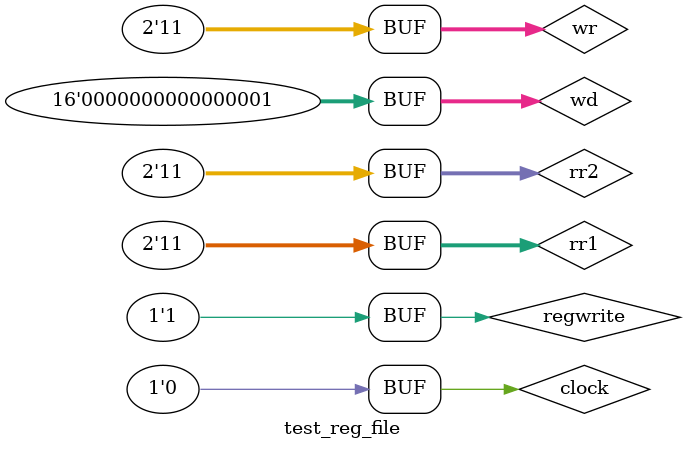
<source format=v>
module test_reg_file;

 reg [1:0] rr1,rr2,wr;
 reg [15:0] wd;
 reg regwrite, clock;
 wire [15:0] rd1,rd2;

 register_file_4_by_16 regs(rd1,rd2,rr1,rr2,wr,wd,regwrite,clock);

 initial 
   begin  

     #10 regwrite=1; //enable writing

     #10 wd='b1100101000110101;       // set write data

     #10      rr1=0;rr2=0;clock=0;  //30
     #10 wr=1;rr1=1;rr2=1;clock=1;  //40
     #10                  clock=0;  //50
     #10 wr='b10;rr1='b10;rr2='b10;clock=1; //60
     #10                  clock=0;  //70
     #10 wr='b11;rr1='b11;rr2='b11;clock=1; //80
     #10                  clock=0;  //90

     #10 regwrite=0; //disable writing  //100

     #10 wd='b0010110111110000;       // set write data  //110

     #10 wr=1;rr1=1;rr2=1;clock=1;  //120
     #10                  clock=0;  //130
     #10 wr=2;rr1=2;rr2=2;clock=1;  //140
     #10                  clock=0;  //150
     #10 wr=3;rr1=3;rr2=3;clock=1;  //160
     #10                  clock=0;  //170

     #10 regwrite=1; //enable writing

     #10 wd=1;       // set write data

     #10 wr=1;rr1=1;rr2=1;clock=1;
     #10                  clock=0;
     #10 wr=2;rr1=2;rr2=2;clock=1;
     #10                  clock=0;
     #10 wr=3;rr1=3;rr2=3;clock=1;
     #10                  clock=0;

   end 

 initial
   $monitor ("%d regwrite=%b clock=%b rr1=%b rr2=%b wr=%b wd=%b rd1=%b rd2=%b",$time,regwrite,clock,rr1,rr2,wr,wd,rd1,rd2);
 
endmodule 

</source>
